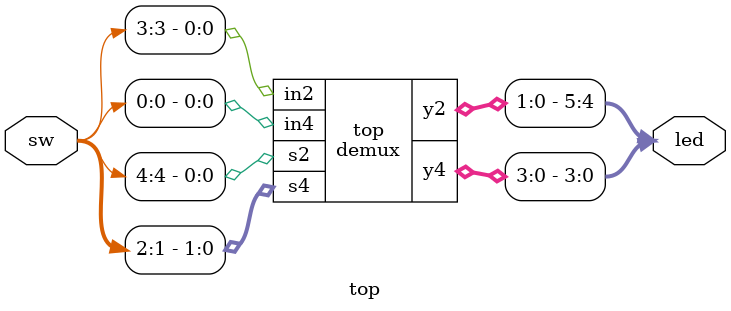
<source format=v>
`timescale 1ns / 1ps

module demux(
    input in4, in2,
    input [1:0] s4,
    input s2,
    output reg [1:0] y2,
    output reg [3:0] y4
);

always @(*) begin
    // Default values to prevent latches
    y2 = 2'b00;
    y4 = 4'b0000;
    
    // 1:2 demux
    if (in2) begin
        if (s2 == 1'b0)
            y2 = 2'b01;
        else
            y2 = 2'b10;
    end
    
    // 1:4 demux
    if (in4) begin
        case (s4)
            2'd0: y4 = 4'b0001;
            2'd1: y4 = 4'b0010;
            2'd2: y4 = 4'b0100;
            2'd3: y4 = 4'b1000; 
            default: y4 = 4'b0000;
        endcase
    end
end

endmodule


// top module
module top(sw,led);
input [4:0]sw;
output [5:0]led;

demux top(.in4(sw[0]),
            .in2(sw[3]),
            .s4(sw[2:1]),
            .s2(sw[4]),
            .y2(led[5:4]),
            .y4(led[3:0]));

endmodule

</source>
